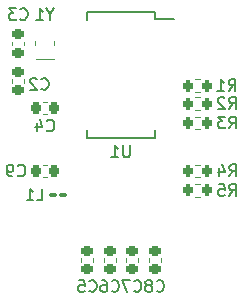
<source format=gbr>
%TF.GenerationSoftware,KiCad,Pcbnew,7.0.7*%
%TF.CreationDate,2023-10-05T19:12:10-06:00*%
%TF.ProjectId,GigE_Module,47696745-5f4d-46f6-9475-6c652e6b6963,rev?*%
%TF.SameCoordinates,Original*%
%TF.FileFunction,Legend,Bot*%
%TF.FilePolarity,Positive*%
%FSLAX46Y46*%
G04 Gerber Fmt 4.6, Leading zero omitted, Abs format (unit mm)*
G04 Created by KiCad (PCBNEW 7.0.7) date 2023-10-05 19:12:10*
%MOMM*%
%LPD*%
G01*
G04 APERTURE LIST*
G04 Aperture macros list*
%AMRoundRect*
0 Rectangle with rounded corners*
0 $1 Rounding radius*
0 $2 $3 $4 $5 $6 $7 $8 $9 X,Y pos of 4 corners*
0 Add a 4 corners polygon primitive as box body*
4,1,4,$2,$3,$4,$5,$6,$7,$8,$9,$2,$3,0*
0 Add four circle primitives for the rounded corners*
1,1,$1+$1,$2,$3*
1,1,$1+$1,$4,$5*
1,1,$1+$1,$6,$7*
1,1,$1+$1,$8,$9*
0 Add four rect primitives between the rounded corners*
20,1,$1+$1,$2,$3,$4,$5,0*
20,1,$1+$1,$4,$5,$6,$7,0*
20,1,$1+$1,$6,$7,$8,$9,0*
20,1,$1+$1,$8,$9,$2,$3,0*%
G04 Aperture macros list end*
%ADD10C,0.150000*%
%ADD11C,0.120000*%
%ADD12C,3.250000*%
%ADD13R,1.500000X1.500000*%
%ADD14C,1.500000*%
%ADD15C,2.300000*%
%ADD16R,1.350000X1.350000*%
%ADD17O,1.350000X1.350000*%
%ADD18RoundRect,0.200000X0.200000X0.275000X-0.200000X0.275000X-0.200000X-0.275000X0.200000X-0.275000X0*%
%ADD19R,1.750000X0.450000*%
%ADD20RoundRect,0.225000X-0.250000X0.225000X-0.250000X-0.225000X0.250000X-0.225000X0.250000X0.225000X0*%
%ADD21RoundRect,0.225000X0.250000X-0.225000X0.250000X0.225000X-0.250000X0.225000X-0.250000X-0.225000X0*%
%ADD22RoundRect,0.100000X0.217500X0.100000X-0.217500X0.100000X-0.217500X-0.100000X0.217500X-0.100000X0*%
%ADD23RoundRect,0.200000X-0.200000X-0.275000X0.200000X-0.275000X0.200000X0.275000X-0.200000X0.275000X0*%
%ADD24R,1.500000X0.800000*%
%ADD25RoundRect,0.225000X-0.225000X-0.250000X0.225000X-0.250000X0.225000X0.250000X-0.225000X0.250000X0*%
%ADD26RoundRect,0.225000X0.225000X0.250000X-0.225000X0.250000X-0.225000X-0.250000X0.225000X-0.250000X0*%
G04 APERTURE END LIST*
D10*
X153913666Y-91779819D02*
X154246999Y-91303628D01*
X154485094Y-91779819D02*
X154485094Y-90779819D01*
X154485094Y-90779819D02*
X154104142Y-90779819D01*
X154104142Y-90779819D02*
X154008904Y-90827438D01*
X154008904Y-90827438D02*
X153961285Y-90875057D01*
X153961285Y-90875057D02*
X153913666Y-90970295D01*
X153913666Y-90970295D02*
X153913666Y-91113152D01*
X153913666Y-91113152D02*
X153961285Y-91208390D01*
X153961285Y-91208390D02*
X154008904Y-91256009D01*
X154008904Y-91256009D02*
X154104142Y-91303628D01*
X154104142Y-91303628D02*
X154485094Y-91303628D01*
X153532713Y-90875057D02*
X153485094Y-90827438D01*
X153485094Y-90827438D02*
X153389856Y-90779819D01*
X153389856Y-90779819D02*
X153151761Y-90779819D01*
X153151761Y-90779819D02*
X153056523Y-90827438D01*
X153056523Y-90827438D02*
X153008904Y-90875057D01*
X153008904Y-90875057D02*
X152961285Y-90970295D01*
X152961285Y-90970295D02*
X152961285Y-91065533D01*
X152961285Y-91065533D02*
X153008904Y-91208390D01*
X153008904Y-91208390D02*
X153580332Y-91779819D01*
X153580332Y-91779819D02*
X152961285Y-91779819D01*
X145531904Y-94854819D02*
X145531904Y-95664342D01*
X145531904Y-95664342D02*
X145484285Y-95759580D01*
X145484285Y-95759580D02*
X145436666Y-95807200D01*
X145436666Y-95807200D02*
X145341428Y-95854819D01*
X145341428Y-95854819D02*
X145150952Y-95854819D01*
X145150952Y-95854819D02*
X145055714Y-95807200D01*
X145055714Y-95807200D02*
X145008095Y-95759580D01*
X145008095Y-95759580D02*
X144960476Y-95664342D01*
X144960476Y-95664342D02*
X144960476Y-94854819D01*
X143960476Y-95854819D02*
X144531904Y-95854819D01*
X144246190Y-95854819D02*
X144246190Y-94854819D01*
X144246190Y-94854819D02*
X144341428Y-94997676D01*
X144341428Y-94997676D02*
X144436666Y-95092914D01*
X144436666Y-95092914D02*
X144531904Y-95140533D01*
X145886666Y-107179580D02*
X145934285Y-107227200D01*
X145934285Y-107227200D02*
X146077142Y-107274819D01*
X146077142Y-107274819D02*
X146172380Y-107274819D01*
X146172380Y-107274819D02*
X146315237Y-107227200D01*
X146315237Y-107227200D02*
X146410475Y-107131961D01*
X146410475Y-107131961D02*
X146458094Y-107036723D01*
X146458094Y-107036723D02*
X146505713Y-106846247D01*
X146505713Y-106846247D02*
X146505713Y-106703390D01*
X146505713Y-106703390D02*
X146458094Y-106512914D01*
X146458094Y-106512914D02*
X146410475Y-106417676D01*
X146410475Y-106417676D02*
X146315237Y-106322438D01*
X146315237Y-106322438D02*
X146172380Y-106274819D01*
X146172380Y-106274819D02*
X146077142Y-106274819D01*
X146077142Y-106274819D02*
X145934285Y-106322438D01*
X145934285Y-106322438D02*
X145886666Y-106370057D01*
X145553332Y-106274819D02*
X144886666Y-106274819D01*
X144886666Y-106274819D02*
X145315237Y-107274819D01*
X143986666Y-107179580D02*
X144034285Y-107227200D01*
X144034285Y-107227200D02*
X144177142Y-107274819D01*
X144177142Y-107274819D02*
X144272380Y-107274819D01*
X144272380Y-107274819D02*
X144415237Y-107227200D01*
X144415237Y-107227200D02*
X144510475Y-107131961D01*
X144510475Y-107131961D02*
X144558094Y-107036723D01*
X144558094Y-107036723D02*
X144605713Y-106846247D01*
X144605713Y-106846247D02*
X144605713Y-106703390D01*
X144605713Y-106703390D02*
X144558094Y-106512914D01*
X144558094Y-106512914D02*
X144510475Y-106417676D01*
X144510475Y-106417676D02*
X144415237Y-106322438D01*
X144415237Y-106322438D02*
X144272380Y-106274819D01*
X144272380Y-106274819D02*
X144177142Y-106274819D01*
X144177142Y-106274819D02*
X144034285Y-106322438D01*
X144034285Y-106322438D02*
X143986666Y-106370057D01*
X143129523Y-106274819D02*
X143319999Y-106274819D01*
X143319999Y-106274819D02*
X143415237Y-106322438D01*
X143415237Y-106322438D02*
X143462856Y-106370057D01*
X143462856Y-106370057D02*
X143558094Y-106512914D01*
X143558094Y-106512914D02*
X143605713Y-106703390D01*
X143605713Y-106703390D02*
X143605713Y-107084342D01*
X143605713Y-107084342D02*
X143558094Y-107179580D01*
X143558094Y-107179580D02*
X143510475Y-107227200D01*
X143510475Y-107227200D02*
X143415237Y-107274819D01*
X143415237Y-107274819D02*
X143224761Y-107274819D01*
X143224761Y-107274819D02*
X143129523Y-107227200D01*
X143129523Y-107227200D02*
X143081904Y-107179580D01*
X143081904Y-107179580D02*
X143034285Y-107084342D01*
X143034285Y-107084342D02*
X143034285Y-106846247D01*
X143034285Y-106846247D02*
X143081904Y-106751009D01*
X143081904Y-106751009D02*
X143129523Y-106703390D01*
X143129523Y-106703390D02*
X143224761Y-106655771D01*
X143224761Y-106655771D02*
X143415237Y-106655771D01*
X143415237Y-106655771D02*
X143510475Y-106703390D01*
X143510475Y-106703390D02*
X143558094Y-106751009D01*
X143558094Y-106751009D02*
X143605713Y-106846247D01*
X153936666Y-99134819D02*
X154269999Y-98658628D01*
X154508094Y-99134819D02*
X154508094Y-98134819D01*
X154508094Y-98134819D02*
X154127142Y-98134819D01*
X154127142Y-98134819D02*
X154031904Y-98182438D01*
X154031904Y-98182438D02*
X153984285Y-98230057D01*
X153984285Y-98230057D02*
X153936666Y-98325295D01*
X153936666Y-98325295D02*
X153936666Y-98468152D01*
X153936666Y-98468152D02*
X153984285Y-98563390D01*
X153984285Y-98563390D02*
X154031904Y-98611009D01*
X154031904Y-98611009D02*
X154127142Y-98658628D01*
X154127142Y-98658628D02*
X154508094Y-98658628D01*
X153031904Y-98134819D02*
X153508094Y-98134819D01*
X153508094Y-98134819D02*
X153555713Y-98611009D01*
X153555713Y-98611009D02*
X153508094Y-98563390D01*
X153508094Y-98563390D02*
X153412856Y-98515771D01*
X153412856Y-98515771D02*
X153174761Y-98515771D01*
X153174761Y-98515771D02*
X153079523Y-98563390D01*
X153079523Y-98563390D02*
X153031904Y-98611009D01*
X153031904Y-98611009D02*
X152984285Y-98706247D01*
X152984285Y-98706247D02*
X152984285Y-98944342D01*
X152984285Y-98944342D02*
X153031904Y-99039580D01*
X153031904Y-99039580D02*
X153079523Y-99087200D01*
X153079523Y-99087200D02*
X153174761Y-99134819D01*
X153174761Y-99134819D02*
X153412856Y-99134819D01*
X153412856Y-99134819D02*
X153508094Y-99087200D01*
X153508094Y-99087200D02*
X153555713Y-99039580D01*
X136246666Y-84159580D02*
X136294285Y-84207200D01*
X136294285Y-84207200D02*
X136437142Y-84254819D01*
X136437142Y-84254819D02*
X136532380Y-84254819D01*
X136532380Y-84254819D02*
X136675237Y-84207200D01*
X136675237Y-84207200D02*
X136770475Y-84111961D01*
X136770475Y-84111961D02*
X136818094Y-84016723D01*
X136818094Y-84016723D02*
X136865713Y-83826247D01*
X136865713Y-83826247D02*
X136865713Y-83683390D01*
X136865713Y-83683390D02*
X136818094Y-83492914D01*
X136818094Y-83492914D02*
X136770475Y-83397676D01*
X136770475Y-83397676D02*
X136675237Y-83302438D01*
X136675237Y-83302438D02*
X136532380Y-83254819D01*
X136532380Y-83254819D02*
X136437142Y-83254819D01*
X136437142Y-83254819D02*
X136294285Y-83302438D01*
X136294285Y-83302438D02*
X136246666Y-83350057D01*
X135913332Y-83254819D02*
X135294285Y-83254819D01*
X135294285Y-83254819D02*
X135627618Y-83635771D01*
X135627618Y-83635771D02*
X135484761Y-83635771D01*
X135484761Y-83635771D02*
X135389523Y-83683390D01*
X135389523Y-83683390D02*
X135341904Y-83731009D01*
X135341904Y-83731009D02*
X135294285Y-83826247D01*
X135294285Y-83826247D02*
X135294285Y-84064342D01*
X135294285Y-84064342D02*
X135341904Y-84159580D01*
X135341904Y-84159580D02*
X135389523Y-84207200D01*
X135389523Y-84207200D02*
X135484761Y-84254819D01*
X135484761Y-84254819D02*
X135770475Y-84254819D01*
X135770475Y-84254819D02*
X135865713Y-84207200D01*
X135865713Y-84207200D02*
X135913332Y-84159580D01*
X137649166Y-99514819D02*
X138125356Y-99514819D01*
X138125356Y-99514819D02*
X138125356Y-98514819D01*
X136792023Y-99514819D02*
X137363451Y-99514819D01*
X137077737Y-99514819D02*
X137077737Y-98514819D01*
X137077737Y-98514819D02*
X137172975Y-98657676D01*
X137172975Y-98657676D02*
X137268213Y-98752914D01*
X137268213Y-98752914D02*
X137363451Y-98800533D01*
X147786666Y-107179580D02*
X147834285Y-107227200D01*
X147834285Y-107227200D02*
X147977142Y-107274819D01*
X147977142Y-107274819D02*
X148072380Y-107274819D01*
X148072380Y-107274819D02*
X148215237Y-107227200D01*
X148215237Y-107227200D02*
X148310475Y-107131961D01*
X148310475Y-107131961D02*
X148358094Y-107036723D01*
X148358094Y-107036723D02*
X148405713Y-106846247D01*
X148405713Y-106846247D02*
X148405713Y-106703390D01*
X148405713Y-106703390D02*
X148358094Y-106512914D01*
X148358094Y-106512914D02*
X148310475Y-106417676D01*
X148310475Y-106417676D02*
X148215237Y-106322438D01*
X148215237Y-106322438D02*
X148072380Y-106274819D01*
X148072380Y-106274819D02*
X147977142Y-106274819D01*
X147977142Y-106274819D02*
X147834285Y-106322438D01*
X147834285Y-106322438D02*
X147786666Y-106370057D01*
X147215237Y-106703390D02*
X147310475Y-106655771D01*
X147310475Y-106655771D02*
X147358094Y-106608152D01*
X147358094Y-106608152D02*
X147405713Y-106512914D01*
X147405713Y-106512914D02*
X147405713Y-106465295D01*
X147405713Y-106465295D02*
X147358094Y-106370057D01*
X147358094Y-106370057D02*
X147310475Y-106322438D01*
X147310475Y-106322438D02*
X147215237Y-106274819D01*
X147215237Y-106274819D02*
X147024761Y-106274819D01*
X147024761Y-106274819D02*
X146929523Y-106322438D01*
X146929523Y-106322438D02*
X146881904Y-106370057D01*
X146881904Y-106370057D02*
X146834285Y-106465295D01*
X146834285Y-106465295D02*
X146834285Y-106512914D01*
X146834285Y-106512914D02*
X146881904Y-106608152D01*
X146881904Y-106608152D02*
X146929523Y-106655771D01*
X146929523Y-106655771D02*
X147024761Y-106703390D01*
X147024761Y-106703390D02*
X147215237Y-106703390D01*
X147215237Y-106703390D02*
X147310475Y-106751009D01*
X147310475Y-106751009D02*
X147358094Y-106798628D01*
X147358094Y-106798628D02*
X147405713Y-106893866D01*
X147405713Y-106893866D02*
X147405713Y-107084342D01*
X147405713Y-107084342D02*
X147358094Y-107179580D01*
X147358094Y-107179580D02*
X147310475Y-107227200D01*
X147310475Y-107227200D02*
X147215237Y-107274819D01*
X147215237Y-107274819D02*
X147024761Y-107274819D01*
X147024761Y-107274819D02*
X146929523Y-107227200D01*
X146929523Y-107227200D02*
X146881904Y-107179580D01*
X146881904Y-107179580D02*
X146834285Y-107084342D01*
X146834285Y-107084342D02*
X146834285Y-106893866D01*
X146834285Y-106893866D02*
X146881904Y-106798628D01*
X146881904Y-106798628D02*
X146929523Y-106751009D01*
X146929523Y-106751009D02*
X147024761Y-106703390D01*
X153956666Y-97480819D02*
X154289999Y-97004628D01*
X154528094Y-97480819D02*
X154528094Y-96480819D01*
X154528094Y-96480819D02*
X154147142Y-96480819D01*
X154147142Y-96480819D02*
X154051904Y-96528438D01*
X154051904Y-96528438D02*
X154004285Y-96576057D01*
X154004285Y-96576057D02*
X153956666Y-96671295D01*
X153956666Y-96671295D02*
X153956666Y-96814152D01*
X153956666Y-96814152D02*
X154004285Y-96909390D01*
X154004285Y-96909390D02*
X154051904Y-96957009D01*
X154051904Y-96957009D02*
X154147142Y-97004628D01*
X154147142Y-97004628D02*
X154528094Y-97004628D01*
X153099523Y-96814152D02*
X153099523Y-97480819D01*
X153337618Y-96433200D02*
X153575713Y-97147485D01*
X153575713Y-97147485D02*
X152956666Y-97147485D01*
X138026666Y-90079580D02*
X138074285Y-90127200D01*
X138074285Y-90127200D02*
X138217142Y-90174819D01*
X138217142Y-90174819D02*
X138312380Y-90174819D01*
X138312380Y-90174819D02*
X138455237Y-90127200D01*
X138455237Y-90127200D02*
X138550475Y-90031961D01*
X138550475Y-90031961D02*
X138598094Y-89936723D01*
X138598094Y-89936723D02*
X138645713Y-89746247D01*
X138645713Y-89746247D02*
X138645713Y-89603390D01*
X138645713Y-89603390D02*
X138598094Y-89412914D01*
X138598094Y-89412914D02*
X138550475Y-89317676D01*
X138550475Y-89317676D02*
X138455237Y-89222438D01*
X138455237Y-89222438D02*
X138312380Y-89174819D01*
X138312380Y-89174819D02*
X138217142Y-89174819D01*
X138217142Y-89174819D02*
X138074285Y-89222438D01*
X138074285Y-89222438D02*
X138026666Y-89270057D01*
X137645713Y-89270057D02*
X137598094Y-89222438D01*
X137598094Y-89222438D02*
X137502856Y-89174819D01*
X137502856Y-89174819D02*
X137264761Y-89174819D01*
X137264761Y-89174819D02*
X137169523Y-89222438D01*
X137169523Y-89222438D02*
X137121904Y-89270057D01*
X137121904Y-89270057D02*
X137074285Y-89365295D01*
X137074285Y-89365295D02*
X137074285Y-89460533D01*
X137074285Y-89460533D02*
X137121904Y-89603390D01*
X137121904Y-89603390D02*
X137693332Y-90174819D01*
X137693332Y-90174819D02*
X137074285Y-90174819D01*
X153888666Y-90254819D02*
X154221999Y-89778628D01*
X154460094Y-90254819D02*
X154460094Y-89254819D01*
X154460094Y-89254819D02*
X154079142Y-89254819D01*
X154079142Y-89254819D02*
X153983904Y-89302438D01*
X153983904Y-89302438D02*
X153936285Y-89350057D01*
X153936285Y-89350057D02*
X153888666Y-89445295D01*
X153888666Y-89445295D02*
X153888666Y-89588152D01*
X153888666Y-89588152D02*
X153936285Y-89683390D01*
X153936285Y-89683390D02*
X153983904Y-89731009D01*
X153983904Y-89731009D02*
X154079142Y-89778628D01*
X154079142Y-89778628D02*
X154460094Y-89778628D01*
X152936285Y-90254819D02*
X153507713Y-90254819D01*
X153221999Y-90254819D02*
X153221999Y-89254819D01*
X153221999Y-89254819D02*
X153317237Y-89397676D01*
X153317237Y-89397676D02*
X153412475Y-89492914D01*
X153412475Y-89492914D02*
X153507713Y-89540533D01*
X138786190Y-83778628D02*
X138786190Y-84254819D01*
X139119523Y-83254819D02*
X138786190Y-83778628D01*
X138786190Y-83778628D02*
X138452857Y-83254819D01*
X137595714Y-84254819D02*
X138167142Y-84254819D01*
X137881428Y-84254819D02*
X137881428Y-83254819D01*
X137881428Y-83254819D02*
X137976666Y-83397676D01*
X137976666Y-83397676D02*
X138071904Y-83492914D01*
X138071904Y-83492914D02*
X138167142Y-83540533D01*
X138501166Y-93579580D02*
X138548785Y-93627200D01*
X138548785Y-93627200D02*
X138691642Y-93674819D01*
X138691642Y-93674819D02*
X138786880Y-93674819D01*
X138786880Y-93674819D02*
X138929737Y-93627200D01*
X138929737Y-93627200D02*
X139024975Y-93531961D01*
X139024975Y-93531961D02*
X139072594Y-93436723D01*
X139072594Y-93436723D02*
X139120213Y-93246247D01*
X139120213Y-93246247D02*
X139120213Y-93103390D01*
X139120213Y-93103390D02*
X139072594Y-92912914D01*
X139072594Y-92912914D02*
X139024975Y-92817676D01*
X139024975Y-92817676D02*
X138929737Y-92722438D01*
X138929737Y-92722438D02*
X138786880Y-92674819D01*
X138786880Y-92674819D02*
X138691642Y-92674819D01*
X138691642Y-92674819D02*
X138548785Y-92722438D01*
X138548785Y-92722438D02*
X138501166Y-92770057D01*
X137644023Y-93008152D02*
X137644023Y-93674819D01*
X137882118Y-92627200D02*
X138120213Y-93341485D01*
X138120213Y-93341485D02*
X137501166Y-93341485D01*
X142086666Y-107179580D02*
X142134285Y-107227200D01*
X142134285Y-107227200D02*
X142277142Y-107274819D01*
X142277142Y-107274819D02*
X142372380Y-107274819D01*
X142372380Y-107274819D02*
X142515237Y-107227200D01*
X142515237Y-107227200D02*
X142610475Y-107131961D01*
X142610475Y-107131961D02*
X142658094Y-107036723D01*
X142658094Y-107036723D02*
X142705713Y-106846247D01*
X142705713Y-106846247D02*
X142705713Y-106703390D01*
X142705713Y-106703390D02*
X142658094Y-106512914D01*
X142658094Y-106512914D02*
X142610475Y-106417676D01*
X142610475Y-106417676D02*
X142515237Y-106322438D01*
X142515237Y-106322438D02*
X142372380Y-106274819D01*
X142372380Y-106274819D02*
X142277142Y-106274819D01*
X142277142Y-106274819D02*
X142134285Y-106322438D01*
X142134285Y-106322438D02*
X142086666Y-106370057D01*
X141181904Y-106274819D02*
X141658094Y-106274819D01*
X141658094Y-106274819D02*
X141705713Y-106751009D01*
X141705713Y-106751009D02*
X141658094Y-106703390D01*
X141658094Y-106703390D02*
X141562856Y-106655771D01*
X141562856Y-106655771D02*
X141324761Y-106655771D01*
X141324761Y-106655771D02*
X141229523Y-106703390D01*
X141229523Y-106703390D02*
X141181904Y-106751009D01*
X141181904Y-106751009D02*
X141134285Y-106846247D01*
X141134285Y-106846247D02*
X141134285Y-107084342D01*
X141134285Y-107084342D02*
X141181904Y-107179580D01*
X141181904Y-107179580D02*
X141229523Y-107227200D01*
X141229523Y-107227200D02*
X141324761Y-107274819D01*
X141324761Y-107274819D02*
X141562856Y-107274819D01*
X141562856Y-107274819D02*
X141658094Y-107227200D01*
X141658094Y-107227200D02*
X141705713Y-107179580D01*
X136046666Y-97389580D02*
X136094285Y-97437200D01*
X136094285Y-97437200D02*
X136237142Y-97484819D01*
X136237142Y-97484819D02*
X136332380Y-97484819D01*
X136332380Y-97484819D02*
X136475237Y-97437200D01*
X136475237Y-97437200D02*
X136570475Y-97341961D01*
X136570475Y-97341961D02*
X136618094Y-97246723D01*
X136618094Y-97246723D02*
X136665713Y-97056247D01*
X136665713Y-97056247D02*
X136665713Y-96913390D01*
X136665713Y-96913390D02*
X136618094Y-96722914D01*
X136618094Y-96722914D02*
X136570475Y-96627676D01*
X136570475Y-96627676D02*
X136475237Y-96532438D01*
X136475237Y-96532438D02*
X136332380Y-96484819D01*
X136332380Y-96484819D02*
X136237142Y-96484819D01*
X136237142Y-96484819D02*
X136094285Y-96532438D01*
X136094285Y-96532438D02*
X136046666Y-96580057D01*
X135570475Y-97484819D02*
X135379999Y-97484819D01*
X135379999Y-97484819D02*
X135284761Y-97437200D01*
X135284761Y-97437200D02*
X135237142Y-97389580D01*
X135237142Y-97389580D02*
X135141904Y-97246723D01*
X135141904Y-97246723D02*
X135094285Y-97056247D01*
X135094285Y-97056247D02*
X135094285Y-96675295D01*
X135094285Y-96675295D02*
X135141904Y-96580057D01*
X135141904Y-96580057D02*
X135189523Y-96532438D01*
X135189523Y-96532438D02*
X135284761Y-96484819D01*
X135284761Y-96484819D02*
X135475237Y-96484819D01*
X135475237Y-96484819D02*
X135570475Y-96532438D01*
X135570475Y-96532438D02*
X135618094Y-96580057D01*
X135618094Y-96580057D02*
X135665713Y-96675295D01*
X135665713Y-96675295D02*
X135665713Y-96913390D01*
X135665713Y-96913390D02*
X135618094Y-97008628D01*
X135618094Y-97008628D02*
X135570475Y-97056247D01*
X135570475Y-97056247D02*
X135475237Y-97103866D01*
X135475237Y-97103866D02*
X135284761Y-97103866D01*
X135284761Y-97103866D02*
X135189523Y-97056247D01*
X135189523Y-97056247D02*
X135141904Y-97008628D01*
X135141904Y-97008628D02*
X135094285Y-96913390D01*
X153938666Y-93429819D02*
X154271999Y-92953628D01*
X154510094Y-93429819D02*
X154510094Y-92429819D01*
X154510094Y-92429819D02*
X154129142Y-92429819D01*
X154129142Y-92429819D02*
X154033904Y-92477438D01*
X154033904Y-92477438D02*
X153986285Y-92525057D01*
X153986285Y-92525057D02*
X153938666Y-92620295D01*
X153938666Y-92620295D02*
X153938666Y-92763152D01*
X153938666Y-92763152D02*
X153986285Y-92858390D01*
X153986285Y-92858390D02*
X154033904Y-92906009D01*
X154033904Y-92906009D02*
X154129142Y-92953628D01*
X154129142Y-92953628D02*
X154510094Y-92953628D01*
X153605332Y-92429819D02*
X152986285Y-92429819D01*
X152986285Y-92429819D02*
X153319618Y-92810771D01*
X153319618Y-92810771D02*
X153176761Y-92810771D01*
X153176761Y-92810771D02*
X153081523Y-92858390D01*
X153081523Y-92858390D02*
X153033904Y-92906009D01*
X153033904Y-92906009D02*
X152986285Y-93001247D01*
X152986285Y-93001247D02*
X152986285Y-93239342D01*
X152986285Y-93239342D02*
X153033904Y-93334580D01*
X153033904Y-93334580D02*
X153081523Y-93382200D01*
X153081523Y-93382200D02*
X153176761Y-93429819D01*
X153176761Y-93429819D02*
X153462475Y-93429819D01*
X153462475Y-93429819D02*
X153557713Y-93382200D01*
X153557713Y-93382200D02*
X153605332Y-93334580D01*
D11*
%TO.C,R2*%
X151484258Y-91847500D02*
X151009742Y-91847500D01*
X151484258Y-90802500D02*
X151009742Y-90802500D01*
D10*
%TO.C,U1*%
X147647000Y-94250000D02*
X147647000Y-93600000D01*
X147647000Y-94250000D02*
X141897000Y-94250000D01*
X147647000Y-84175000D02*
X149247000Y-84175000D01*
X147647000Y-83600000D02*
X147647000Y-84175000D01*
X147647000Y-83600000D02*
X141897000Y-83600000D01*
X141897000Y-94250000D02*
X141897000Y-93600000D01*
X141897000Y-83600000D02*
X141897000Y-84250000D01*
D11*
%TO.C,C7*%
X146230000Y-104419420D02*
X146230000Y-104700580D01*
X145210000Y-104419420D02*
X145210000Y-104700580D01*
%TO.C,C6*%
X144330000Y-104419420D02*
X144330000Y-104700580D01*
X143310000Y-104419420D02*
X143310000Y-104700580D01*
%TO.C,R5*%
X151477258Y-99202500D02*
X151002742Y-99202500D01*
X151477258Y-98157500D02*
X151002742Y-98157500D01*
%TO.C,C3*%
X135570000Y-86368080D02*
X135570000Y-86086920D01*
X136590000Y-86368080D02*
X136590000Y-86086920D01*
%TO.C,C8*%
X148130000Y-104419420D02*
X148130000Y-104700580D01*
X147110000Y-104419420D02*
X147110000Y-104700580D01*
%TO.C,R4*%
X151012742Y-96507500D02*
X151487258Y-96507500D01*
X151012742Y-97552500D02*
X151487258Y-97552500D01*
%TO.C,C2*%
X136590000Y-89281920D02*
X136590000Y-89563080D01*
X135570000Y-89281920D02*
X135570000Y-89563080D01*
%TO.C,R1*%
X151484258Y-90322500D02*
X151009742Y-90322500D01*
X151484258Y-89277500D02*
X151009742Y-89277500D01*
%TO.C,Y1*%
X139060000Y-87560000D02*
X137560000Y-87560000D01*
X137510000Y-86360000D02*
X137510000Y-86060000D01*
X139110000Y-86360000D02*
X139110000Y-86060000D01*
%TO.C,C4*%
X138193920Y-91200000D02*
X138475080Y-91200000D01*
X138193920Y-92220000D02*
X138475080Y-92220000D01*
%TO.C,C5*%
X142430000Y-104419420D02*
X142430000Y-104700580D01*
X141410000Y-104419420D02*
X141410000Y-104700580D01*
%TO.C,C9*%
X138485580Y-97540000D02*
X138204420Y-97540000D01*
X138485580Y-96520000D02*
X138204420Y-96520000D01*
%TO.C,R3*%
X151009742Y-92452500D02*
X151484258Y-92452500D01*
X151009742Y-93497500D02*
X151484258Y-93497500D01*
%TD*%
%LPC*%
D12*
%TO.C,J1*%
X151060000Y-104350000D03*
X138360000Y-104350000D03*
D13*
X148270000Y-101810000D03*
D14*
X147254000Y-100030000D03*
X146238000Y-101810000D03*
X145222000Y-100030000D03*
X144206000Y-101810000D03*
X143190000Y-100030000D03*
X142174000Y-101810000D03*
X141158000Y-100030000D03*
X151570000Y-95210000D03*
X149280000Y-95210000D03*
X140140000Y-95210000D03*
X137850000Y-95210000D03*
D15*
X152840000Y-100920000D03*
X136580000Y-100920000D03*
%TD*%
D16*
%TO.C,J3*%
X155772000Y-86025000D03*
D17*
X155772000Y-88025000D03*
X155772000Y-90025000D03*
X155772000Y-92025000D03*
X155772000Y-94025000D03*
X155772000Y-96025000D03*
X155772000Y-98025000D03*
X155772000Y-100025000D03*
X155772000Y-102025000D03*
X155772000Y-104025000D03*
%TD*%
D16*
%TO.C,J2*%
X133772000Y-86025000D03*
D17*
X133772000Y-88025000D03*
X133772000Y-90025000D03*
X133772000Y-92025000D03*
X133772000Y-94025000D03*
X133772000Y-96025000D03*
X133772000Y-98025000D03*
X133772000Y-100025000D03*
X133772000Y-102025000D03*
X133772000Y-104025000D03*
%TD*%
D18*
%TO.C,R2*%
X152072000Y-91325000D03*
X150422000Y-91325000D03*
%TD*%
D19*
%TO.C,U1*%
X148372000Y-84700000D03*
X148372000Y-85350000D03*
X148372000Y-86000000D03*
X148372000Y-86650000D03*
X148372000Y-87300000D03*
X148372000Y-87950000D03*
X148372000Y-88600000D03*
X148372000Y-89250000D03*
X148372000Y-89900000D03*
X148372000Y-90550000D03*
X148372000Y-91200000D03*
X148372000Y-91850000D03*
X148372000Y-92500000D03*
X148372000Y-93150000D03*
X141172000Y-93150000D03*
X141172000Y-92500000D03*
X141172000Y-91850000D03*
X141172000Y-91200000D03*
X141172000Y-90550000D03*
X141172000Y-89900000D03*
X141172000Y-89250000D03*
X141172000Y-88600000D03*
X141172000Y-87950000D03*
X141172000Y-87300000D03*
X141172000Y-86650000D03*
X141172000Y-86000000D03*
X141172000Y-85350000D03*
X141172000Y-84700000D03*
%TD*%
D20*
%TO.C,C7*%
X145720000Y-103785000D03*
X145720000Y-105335000D03*
%TD*%
%TO.C,C6*%
X143820000Y-103785000D03*
X143820000Y-105335000D03*
%TD*%
D18*
%TO.C,R5*%
X152065000Y-98680000D03*
X150415000Y-98680000D03*
%TD*%
D21*
%TO.C,C3*%
X136080000Y-87002500D03*
X136080000Y-85452500D03*
%TD*%
D22*
%TO.C,L1*%
X139837500Y-99060000D03*
X139022500Y-99060000D03*
%TD*%
D20*
%TO.C,C8*%
X147620000Y-103785000D03*
X147620000Y-105335000D03*
%TD*%
D23*
%TO.C,R4*%
X150425000Y-97030000D03*
X152075000Y-97030000D03*
%TD*%
D20*
%TO.C,C2*%
X136080000Y-88647500D03*
X136080000Y-90197500D03*
%TD*%
D18*
%TO.C,R1*%
X152072000Y-89800000D03*
X150422000Y-89800000D03*
%TD*%
D24*
%TO.C,Y1*%
X138310000Y-86960000D03*
X138310000Y-85460000D03*
%TD*%
D25*
%TO.C,C4*%
X137559500Y-91710000D03*
X139109500Y-91710000D03*
%TD*%
D20*
%TO.C,C5*%
X141920000Y-103785000D03*
X141920000Y-105335000D03*
%TD*%
D26*
%TO.C,C9*%
X139120000Y-97030000D03*
X137570000Y-97030000D03*
%TD*%
D23*
%TO.C,R3*%
X150422000Y-92975000D03*
X152072000Y-92975000D03*
%TD*%
%LPD*%
M02*

</source>
